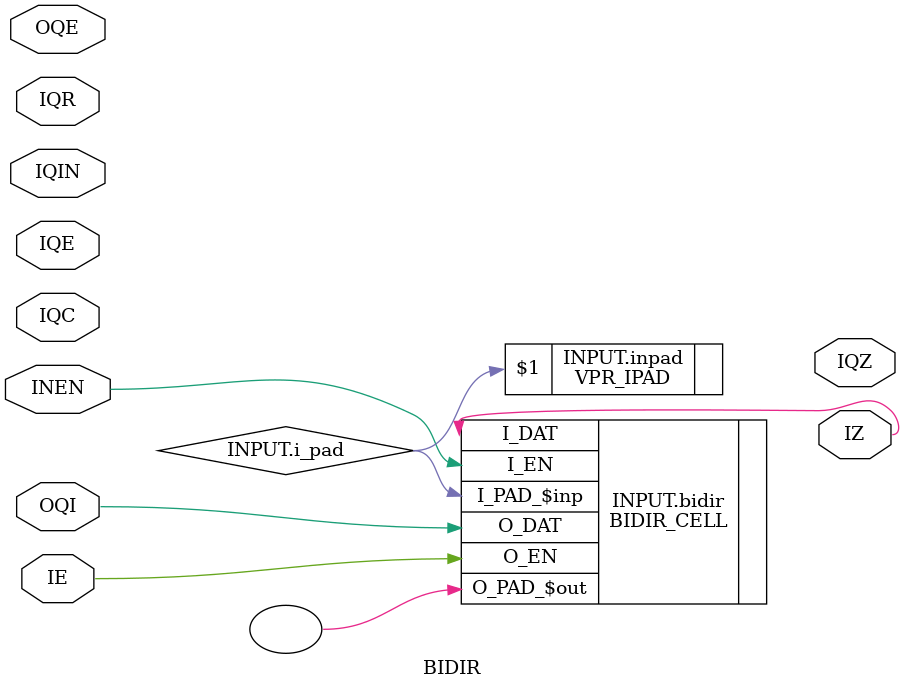
<source format=v>
`include "../vpr_pad/vpr_ipad.sim.v"
`include "../vpr_pad/vpr_opad.sim.v"
`include "./bidir_cell.sim.v"

(* MODES="INPUT;OUTPUT;INOUT" *)
module BIDIR(
    input  wire IE,
    (* CLOCK *)
    (* clkbuf_sink *)
    input  wire IQC,
    input  wire OQI,
    input  wire OQE,
    input  wire IQE,
    input  wire IQR,
    input  wire INEN,
    input  wire IQIN,
    output wire IZ,
    output wire IQZ
);

    parameter MODE = "INPUT";

    // Input mode
    generate if (MODE == "INPUT") begin : INPUT

        (* pack="IPAD_TO_BIDIR" *)
        wire i_pad;

        (* keep *)
        VPR_IPAD inpad(i_pad);

        (* keep *)
        (* FASM_PREFIX="INTERFACE.BIDIR" *)
        BIDIR_CELL bidir(
            .I_PAD_$inp(i_pad),
            .I_DAT(IZ),
            .I_EN (INEN),
            .O_PAD_$out(),
            .O_DAT(OQI),
            .O_EN (IE)
        );

    // Output mode
    end if (MODE == "OUTPUT") begin : OUTPUT

        (* pack="BIDIR_TO_OPAD" *)
        wire o_pad;

        (* keep *)
        VPR_OPAD outpad(o_pad);

        (* keep *)
        (* FASM_PREFIX="INTERFACE.BIDIR" *)
        BIDIR_CELL bidir(
            .I_PAD_$inp(),
            .I_DAT(IZ),
            .I_EN (INEN),
            .O_PAD_$out(o_pad),
            .O_DAT(OQI),
            .O_EN (IE)
        );

    // InOut mode
    end if (MODE == "INOUT") begin : INOUT

        (* pack="IOPAD_TO_BIDIR" *)
        wire i_pad;

        (* pack="IOPAD_TO_BIDIR" *)
        wire o_pad;

        (* keep *)
        VPR_IPAD inpad(i_pad);

        (* keep *)
        VPR_OPAD outpad(o_pad);

        (* keep *)
        (* FASM_PREFIX="INTERFACE.BIDIR" *)
        BIDIR_CELL bidir(
            .I_PAD_$inp(i_pad),
            .I_DAT(IZ),
            .I_EN (INEN),
            .O_PAD_$out(o_pad),
            .O_DAT(OQI),
            .O_EN (IE)
        );

    end endgenerate

endmodule

</source>
